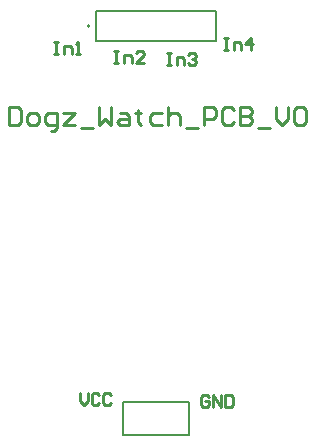
<source format=gto>
G04*
G04 #@! TF.GenerationSoftware,Altium Limited,Altium Designer,25.8.1 (18)*
G04*
G04 Layer_Color=65535*
%FSLAX44Y44*%
%MOMM*%
G71*
G04*
G04 #@! TF.SameCoordinates,17EE5B44-E4A8-4C47-BB28-8E3532D48F90*
G04*
G04*
G04 #@! TF.FilePolarity,Positive*
G04*
G01*
G75*
%ADD10C,0.2000*%
%ADD11C,0.1270*%
%ADD12C,0.1524*%
%ADD13C,0.2540*%
D10*
X200240Y359410D02*
G03*
X200240Y359410I-1000J0D01*
G01*
D11*
X205740Y346710D02*
X307340D01*
Y372110D01*
X205740Y346710D02*
Y372110D01*
X307340D01*
D12*
X228346Y40640D02*
X284734D01*
Y12700D02*
Y40640D01*
X228346Y12700D02*
X284734D01*
X228346D02*
Y40640D01*
D13*
X220980Y337817D02*
X224366D01*
X222673D01*
Y327660D01*
X220980D01*
X224366D01*
X229444D02*
Y334431D01*
X234522D01*
X236215Y332738D01*
Y327660D01*
X246372D02*
X239601D01*
X246372Y334431D01*
Y336124D01*
X244679Y337817D01*
X241293D01*
X239601Y336124D01*
X313690Y349247D02*
X317076D01*
X315383D01*
Y339090D01*
X313690D01*
X317076D01*
X322154D02*
Y345861D01*
X327232D01*
X328925Y344168D01*
Y339090D01*
X337389D02*
Y349247D01*
X332311Y344168D01*
X339082D01*
X265430Y336547D02*
X268816D01*
X267123D01*
Y326390D01*
X265430D01*
X268816D01*
X273894D02*
Y333161D01*
X278972D01*
X280665Y331468D01*
Y326390D01*
X284051Y334854D02*
X285743Y336547D01*
X289129D01*
X290822Y334854D01*
Y333161D01*
X289129Y331468D01*
X287436D01*
X289129D01*
X290822Y329776D01*
Y328083D01*
X289129Y326390D01*
X285743D01*
X284051Y328083D01*
X170180Y345437D02*
X173566D01*
X171873D01*
Y335280D01*
X170180D01*
X173566D01*
X178644D02*
Y342051D01*
X183722D01*
X185415Y340358D01*
Y335280D01*
X188801D02*
X192186D01*
X190493D01*
Y345437D01*
X188801Y343744D01*
X301411Y45294D02*
X299718Y46987D01*
X296333D01*
X294640Y45294D01*
Y38523D01*
X296333Y36830D01*
X299718D01*
X301411Y38523D01*
Y41908D01*
X298026D01*
X304797Y36830D02*
Y46987D01*
X311568Y36830D01*
Y46987D01*
X314953D02*
Y36830D01*
X320032D01*
X321725Y38523D01*
Y45294D01*
X320032Y46987D01*
X314953D01*
X191770Y48260D02*
Y41489D01*
X195156Y38103D01*
X198541Y41489D01*
Y48260D01*
X208698Y46567D02*
X207005Y48260D01*
X203619D01*
X201927Y46567D01*
Y39796D01*
X203619Y38103D01*
X207005D01*
X208698Y39796D01*
X218855Y46567D02*
X217162Y48260D01*
X213776D01*
X212083Y46567D01*
Y39796D01*
X213776Y38103D01*
X217162D01*
X218855Y39796D01*
X132080Y290823D02*
Y275588D01*
X139698D01*
X142237Y278127D01*
Y288284D01*
X139698Y290823D01*
X132080D01*
X149854Y275588D02*
X154933D01*
X157472Y278127D01*
Y283206D01*
X154933Y285745D01*
X149854D01*
X147315Y283206D01*
Y278127D01*
X149854Y275588D01*
X167628Y270510D02*
X170168D01*
X172707Y273049D01*
Y285745D01*
X165089D01*
X162550Y283206D01*
Y278127D01*
X165089Y275588D01*
X172707D01*
X177785Y285745D02*
X187942D01*
X177785Y275588D01*
X187942D01*
X193020Y273049D02*
X203177D01*
X208255Y290823D02*
Y275588D01*
X213334Y280667D01*
X218412Y275588D01*
Y290823D01*
X226030Y285745D02*
X231108D01*
X233647Y283206D01*
Y275588D01*
X226030D01*
X223490Y278127D01*
X226030Y280667D01*
X233647D01*
X241265Y288284D02*
Y285745D01*
X238725D01*
X243804D01*
X241265D01*
Y278127D01*
X243804Y275588D01*
X261578Y285745D02*
X253961D01*
X251421Y283206D01*
Y278127D01*
X253961Y275588D01*
X261578D01*
X266656Y290823D02*
Y275588D01*
Y283206D01*
X269196Y285745D01*
X274274D01*
X276813Y283206D01*
Y275588D01*
X281891Y273049D02*
X292048D01*
X297127Y275588D02*
Y290823D01*
X304744D01*
X307283Y288284D01*
Y283206D01*
X304744Y280667D01*
X297127D01*
X322518Y288284D02*
X319979Y290823D01*
X314901D01*
X312362Y288284D01*
Y278127D01*
X314901Y275588D01*
X319979D01*
X322518Y278127D01*
X327597Y290823D02*
Y275588D01*
X335214D01*
X337753Y278127D01*
Y280667D01*
X335214Y283206D01*
X327597D01*
X335214D01*
X337753Y285745D01*
Y288284D01*
X335214Y290823D01*
X327597D01*
X342832Y273049D02*
X352989D01*
X358067Y290823D02*
Y280667D01*
X363145Y275588D01*
X368224Y280667D01*
Y290823D01*
X373302Y288284D02*
X375841Y290823D01*
X380919D01*
X383459Y288284D01*
Y278127D01*
X380919Y275588D01*
X375841D01*
X373302Y278127D01*
Y288284D01*
M02*

</source>
